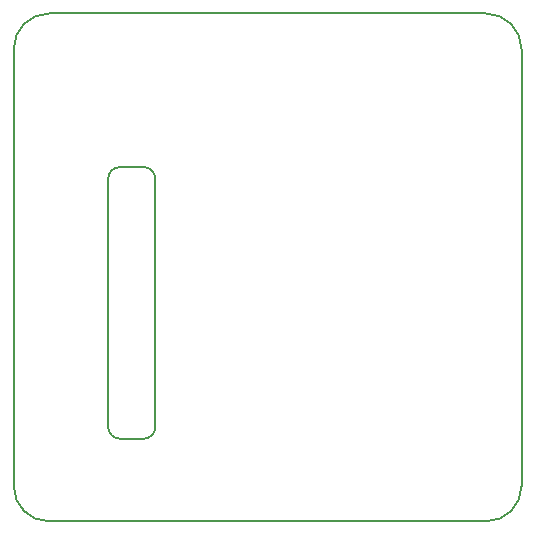
<source format=gbr>
G04 #@! TF.GenerationSoftware,KiCad,Pcbnew,5.0.2+dfsg1-1*
G04 #@! TF.CreationDate,2020-12-10T00:07:48-08:00*
G04 #@! TF.ProjectId,chronopy,6368726f-6e6f-4707-992e-6b696361645f,rev?*
G04 #@! TF.SameCoordinates,Original*
G04 #@! TF.FileFunction,Profile,NP*
%FSLAX46Y46*%
G04 Gerber Fmt 4.6, Leading zero omitted, Abs format (unit mm)*
G04 Created by KiCad (PCBNEW 5.0.2+dfsg1-1) date Thu 10 Dec 2020 12:07:48 AM PST*
%MOMM*%
%LPD*%
G01*
G04 APERTURE LIST*
%ADD10C,0.150000*%
G04 APERTURE END LIST*
D10*
X107762354Y-112006319D02*
X109762354Y-112006319D01*
X107762354Y-89006319D02*
X109762354Y-89006319D01*
X106762354Y-90006319D02*
G75*
G02X107762354Y-89006319I1000000J0D01*
G01*
X109762354Y-89006319D02*
G75*
G02X110762354Y-90006319I0J-1000000D01*
G01*
X110762354Y-111006319D02*
G75*
G02X109762354Y-112006319I-1000000J0D01*
G01*
X107762354Y-112006319D02*
G75*
G02X106762354Y-111006319I0J1000000D01*
G01*
X110762354Y-90006319D02*
X110762354Y-111006319D01*
X106762354Y-90006319D02*
X106762354Y-111006319D01*
X98762354Y-79006319D02*
G75*
G02X101762354Y-76006319I3000000J0D01*
G01*
X138762354Y-76006319D02*
G75*
G02X141762354Y-79006319I0J-3000000D01*
G01*
X141762354Y-116006319D02*
G75*
G02X138762354Y-119006319I-3000000J0D01*
G01*
X101762354Y-119006319D02*
G75*
G02X98762354Y-116006319I0J3000000D01*
G01*
X98762354Y-79006319D02*
X98762354Y-116006319D01*
X138762354Y-76006319D02*
X101762354Y-76006319D01*
X141762354Y-116006319D02*
X141762354Y-79006319D01*
X101762354Y-119006319D02*
X138762354Y-119006319D01*
M02*

</source>
